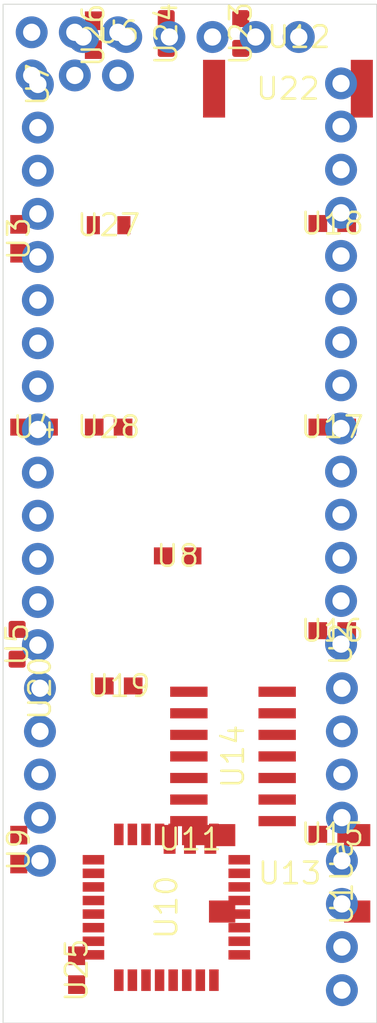
<source format=kicad_pcb>
 ( kicad_pcb  ( version 20171130 )
 ( host pcbnew "(5.1.4-0-10_14)" )
 ( general  ( thickness 1.6 )
 ( drawings 4 )
 ( tracks 0 )
 ( zones 0 )
 ( modules 28 )
 ( nets 53 )
)
 ( page A4 )
 ( layers  ( 0 Top signal )
 ( 31 Bottom signal )
 ( 32 B.Adhes user )
 ( 33 F.Adhes user )
 ( 34 B.Paste user )
 ( 35 F.Paste user )
 ( 36 B.SilkS user )
 ( 37 F.SilkS user )
 ( 38 B.Mask user )
 ( 39 F.Mask user )
 ( 40 Dwgs.User user )
 ( 41 Cmts.User user )
 ( 42 Eco1.User user )
 ( 43 Eco2.User user )
 ( 44 Edge.Cuts user )
 ( 45 Margin user )
 ( 46 B.CrtYd user )
 ( 47 F.CrtYd user )
 ( 48 B.Fab user )
 ( 49 F.Fab user )
)
 ( setup  ( last_trace_width 0.2 )
 ( trace_clearance 0.127 )
 ( zone_clearance 0.508 )
 ( zone_45_only no )
 ( trace_min 0.2 )
 ( via_size 0.7064 )
 ( via_drill 0.3 )
 ( via_min_size 0.4 )
 ( via_min_drill 0.3 )
 ( uvia_size 0.3 )
 ( uvia_drill 0.1 )
 ( uvias_allowed yes )
 ( uvia_min_size 0.2 )
 ( uvia_min_drill 0.1 )
 ( edge_width 0.05 )
 ( segment_width 0.2 )
 ( pcb_text_width 0.3 )
 ( pcb_text_size 1.5 1.5 )
 ( mod_edge_width 0.12 )
 ( mod_text_size 1 1 )
 ( mod_text_width 0.15 )
 ( pad_size 1.524 1.524 )
 ( pad_drill 0.762 )
 ( pad_to_mask_clearance 0.051 )
 ( solder_mask_min_width 0.25 )
 ( aux_axis_origin 0 0 )
 ( visible_elements 7FFFFFFF )
 ( pcbplotparams  ( layerselection 0x010fc_ffffffff )
 ( usegerberextensions false )
 ( usegerberattributes false )
 ( usegerberadvancedattributes false )
 ( creategerberjobfile false )
 ( excludeedgelayer true )
 ( linewidth 0.100000 )
 ( plotframeref false )
 ( viasonmask false )
 ( mode 1 )
 ( useauxorigin false )
 ( hpglpennumber 1 )
 ( hpglpenspeed 20 )
 ( hpglpendiameter 15.000000 )
 ( psnegative false )
 ( psa4output false )
 ( plotreference true )
 ( plotvalue true )
 ( plotinvisibletext false )
 ( padsonsilk false )
 ( subtractmaskfromsilk false )
 ( outputformat 1 )
 ( mirror false )
 ( drillshape 1 )
 ( scaleselection 1 )
 ( outputdirectory "" )
)
)
 ( net 0 "" )
 ( net 1 GND )
 ( net 2 VCC )
 ( net 3 /D2 )
 ( net 4 /TXO )
 ( net 5 /RXI )
 ( net 6 /RST )
 ( net 7 /A5 )
 ( net 8 /A4 )
 ( net 9 /A3 )
 ( net 10 /A2 )
 ( net 11 /A1 )
 ( net 12 /A0 )
 ( net 13 /A7 )
 ( net 14 "Net-(C6-Pad1)" )
 ( net 15 /A6 )
 ( net 16 /SCK )
 ( net 17 /MISO )
 ( net 18 /MOSI )
 ( net 19 /D10 )
 ( net 20 /D9 )
 ( net 21 /D8 )
 ( net 22 /D7 )
 ( net 23 /D6 )
 ( net 24 /D5 )
 ( net 25 "Net-(U3-Pad8)" )
 ( net 26 "Net-(U3-Pad7)" )
 ( net 27 /D4 )
 ( net 28 /D3 )
 ( net 29 "Net-(D1-PadA)" )
 ( net 30 /DTR )
 ( net 31 "Net-(J1-PadCTS)" )
 ( net 32 "Net-(F1-Pad1)" )
 ( net 33 /OUT1 )
 ( net 34 "Net-(IC1-Pad10)" )
 ( net 35 /OUT2 )
 ( net 36 /OUT4 )
 ( net 37 "Net-(IC1-Pad9)" )
 ( net 38 /OUT3 )
 ( net 39 "Net-(IC1-Pad11)" )
 ( net 40 "Net-(IC1-Pad12)" )
 ( net 41 /GO )
 ( net 42 "Net-(IC1-Pad13)" )
 ( net 43 "Net-(J2-Pad5)" )
 ( net 44 "Net-(J2-Pad4)" )
 ( net 45 "Net-(J2-Pad3)" )
 ( net 46 "Net-(J2-Pad2)" )
 ( net 47 "Net-(J2-Pad1)" )
 ( net 48 "Net-(J4-Pad1)" )
 ( net 49 "Net-(J4-Pad3)" )
 ( net 50 "Net-(J4-Pad2)" )
 ( net 51 "Net-(D2-PadA)" )
 ( net 52 "Net-(D3-PadA)" )
 ( net_class Default "This is the default net class."  ( clearance 0.127 )
 ( trace_width 0.2 )
 ( via_dia 0.7064 )
 ( via_drill 0.3 )
 ( uvia_dia 0.3 )
 ( uvia_drill 0.1 )
 ( add_net /A0 )
 ( add_net /A1 )
 ( add_net /A2 )
 ( add_net /A3 )
 ( add_net /A4 )
 ( add_net /A5 )
 ( add_net /A6 )
 ( add_net /A7 )
 ( add_net /D10 )
 ( add_net /D2 )
 ( add_net /D3 )
 ( add_net /D4 )
 ( add_net /D5 )
 ( add_net /D6 )
 ( add_net /D7 )
 ( add_net /D8 )
 ( add_net /D9 )
 ( add_net /DTR )
 ( add_net /GO )
 ( add_net /MISO )
 ( add_net /MOSI )
 ( add_net /OUT1 )
 ( add_net /OUT2 )
 ( add_net /OUT3 )
 ( add_net /OUT4 )
 ( add_net /RST )
 ( add_net /RXI )
 ( add_net /SCK )
 ( add_net /TXO )
 ( add_net GND )
 ( add_net "Net-(C6-Pad1)" )
 ( add_net "Net-(D1-PadA)" )
 ( add_net "Net-(D2-PadA)" )
 ( add_net "Net-(D3-PadA)" )
 ( add_net "Net-(IC1-Pad10)" )
 ( add_net "Net-(IC1-Pad11)" )
 ( add_net "Net-(IC1-Pad12)" )
 ( add_net "Net-(IC1-Pad13)" )
 ( add_net "Net-(IC1-Pad9)" )
 ( add_net "Net-(J1-PadCTS)" )
 ( add_net "Net-(J2-Pad1)" )
 ( add_net "Net-(J2-Pad2)" )
 ( add_net "Net-(J2-Pad3)" )
 ( add_net "Net-(J2-Pad4)" )
 ( add_net "Net-(J2-Pad5)" )
 ( add_net "Net-(J4-Pad1)" )
 ( add_net "Net-(J4-Pad2)" )
 ( add_net "Net-(J4-Pad3)" )
 ( add_net "Net-(U3-Pad7)" )
 ( add_net "Net-(U3-Pad8)" )
)
 ( net_class Power ""  ( clearance 0.127 )
 ( trace_width 0.381 )
 ( via_dia 0.7064 )
 ( via_drill 0.3 )
 ( uvia_dia 0.3 )
 ( uvia_drill 0.1 )
 ( add_net "Net-(F1-Pad1)" )
 ( add_net VCC )
)
 ( module piezoMusic:1X14 locked  ( layer Top )
 ( tedit 5DCE31E3 )
 ( tstamp 5DC8D32C )
 ( at 157.402200 96.188200 90.000000 )
 ( path /0B60073D )
 ( fp_text reference U2  ( at -16.5 0 90 )
 ( layer F.SilkS )
 ( effects  ( font  ( size 1.27 1.27 )
 ( thickness 0.15 )
)
)
)
 ( fp_text value ""  ( at -16.5 0 90 )
 ( layer F.SilkS )
 ( effects  ( font  ( size 1.27 1.27 )
 ( thickness 0.15 )
)
)
)
 ( fp_poly  ( pts  ( xy -17.6 -1.4 )
 ( xy 17.7 -1.4 )
 ( xy 17.7 1.4 )
 ( xy -17.6 1.4 )
)
 ( layer F.CrtYd )
 ( width 0.1 )
)
 ( fp_poly  ( pts  ( xy -17.6 -1.4 )
 ( xy 17.7 -1.4 )
 ( xy 17.7 1.4 )
 ( xy -17.6 1.4 )
)
 ( layer B.CrtYd )
 ( width 0.1 )
)
 ( pad 14 thru_hole circle  ( at 16.52 0 180.000000 )
 ( size 1.8796 1.8796 )
 ( drill 1.016 )
 ( layers *.Cu *.Mask )
 ( net 16 /SCK )
 ( solder_mask_margin 0.1016 )
)
 ( pad 13 thru_hole circle  ( at 13.98 0 180.000000 )
 ( size 1.8796 1.8796 )
 ( drill 1.016 )
 ( layers *.Cu *.Mask )
 ( net 17 /MISO )
 ( solder_mask_margin 0.1016 )
)
 ( pad 12 thru_hole circle  ( at 11.44 0 180.000000 )
 ( size 1.8796 1.8796 )
 ( drill 1.016 )
 ( layers *.Cu *.Mask )
 ( net 18 /MOSI )
 ( solder_mask_margin 0.1016 )
)
 ( pad 11 thru_hole circle  ( at 8.9 0 180.000000 )
 ( size 1.8796 1.8796 )
 ( drill 1.016 )
 ( layers *.Cu *.Mask )
 ( net 19 /D10 )
 ( solder_mask_margin 0.1016 )
)
 ( pad 10 thru_hole circle  ( at 6.36 0 180.000000 )
 ( size 1.8796 1.8796 )
 ( drill 1.016 )
 ( layers *.Cu *.Mask )
 ( net 20 /D9 )
 ( solder_mask_margin 0.1016 )
)
 ( pad 9 thru_hole circle  ( at 3.82 0 180.000000 )
 ( size 1.8796 1.8796 )
 ( drill 1.016 )
 ( layers *.Cu *.Mask )
 ( net 21 /D8 )
 ( solder_mask_margin 0.1016 )
)
 ( pad 8 thru_hole circle  ( at 1.28 0 180.000000 )
 ( size 1.8796 1.8796 )
 ( drill 1.016 )
 ( layers *.Cu *.Mask )
 ( net 22 /D7 )
 ( solder_mask_margin 0.1016 )
)
 ( pad 7 thru_hole circle  ( at -1.26 0 180.000000 )
 ( size 1.8796 1.8796 )
 ( drill 1.016 )
 ( layers *.Cu *.Mask )
 ( net 23 /D6 )
 ( solder_mask_margin 0.1016 )
)
 ( pad 6 thru_hole circle  ( at -3.8 0 180.000000 )
 ( size 1.8796 1.8796 )
 ( drill 1.016 )
 ( layers *.Cu *.Mask )
 ( net 24 /D5 )
 ( solder_mask_margin 0.1016 )
)
 ( pad 5 thru_hole circle  ( at -6.34 0 180.000000 )
 ( size 1.8796 1.8796 )
 ( drill 1.016 )
 ( layers *.Cu *.Mask )
 ( net 27 /D4 )
 ( solder_mask_margin 0.1016 )
)
 ( pad 4 thru_hole circle  ( at -8.88 0 180.000000 )
 ( size 1.8796 1.8796 )
 ( drill 1.016 )
 ( layers *.Cu *.Mask )
 ( net 28 /D3 )
 ( solder_mask_margin 0.1016 )
)
 ( pad 3 thru_hole circle  ( at -11.42 0 180.000000 )
 ( size 1.8796 1.8796 )
 ( drill 1.016 )
 ( layers *.Cu *.Mask )
 ( net 3 /D2 )
 ( solder_mask_margin 0.1016 )
)
 ( pad 2 thru_hole circle  ( at -13.96 0 180.000000 )
 ( size 1.8796 1.8796 )
 ( drill 1.016 )
 ( layers *.Cu *.Mask )
 ( net 1 GND )
 ( solder_mask_margin 0.1016 )
)
 ( pad 1 thru_hole circle  ( at -16.5 0 180.000000 )
 ( size 1.8796 1.8796 )
 ( drill 1.016 )
 ( layers *.Cu *.Mask )
 ( net 2 VCC )
 ( solder_mask_margin 0.1016 )
)
)
 ( module piezoMusic:1X14 locked  ( layer Top )
 ( tedit 5DCE31E3 )
 ( tstamp 5DC8D3C7 )
 ( at 139.546000 96.239000 270.000000 )
 ( path /056852D9 )
 ( fp_text reference U7  ( at -16.51 -0.004 270 )
 ( layer F.SilkS )
 ( effects  ( font  ( size 1.27 1.27 )
 ( thickness 0.15 )
)
)
)
 ( fp_text value ""  ( at -16.51 -0.004 270 )
 ( layer F.SilkS )
 ( effects  ( font  ( size 1.27 1.27 )
 ( thickness 0.15 )
)
)
)
 ( fp_poly  ( pts  ( xy -17.61 -1.404 )
 ( xy 17.69 -1.404 )
 ( xy 17.69 1.396 )
 ( xy -17.61 1.396 )
)
 ( layer F.CrtYd )
 ( width 0.1 )
)
 ( fp_poly  ( pts  ( xy -17.61 -1.404 )
 ( xy 17.69 -1.404 )
 ( xy 17.69 1.396 )
 ( xy -17.61 1.396 )
)
 ( layer B.CrtYd )
 ( width 0.1 )
)
 ( pad 14 thru_hole circle  ( at 16.51 -0.004 )
 ( size 1.8796 1.8796 )
 ( drill 1.016 )
 ( layers *.Cu *.Mask )
 ( net 13 /A7 )
 ( solder_mask_margin 0.1016 )
)
 ( pad 13 thru_hole circle  ( at 13.97 -0.004 )
 ( size 1.8796 1.8796 )
 ( drill 1.016 )
 ( layers *.Cu *.Mask )
 ( net 15 /A6 )
 ( solder_mask_margin 0.1016 )
)
 ( pad 12 thru_hole circle  ( at 11.43 -0.004 )
 ( size 1.8796 1.8796 )
 ( drill 1.016 )
 ( layers *.Cu *.Mask )
 ( net 7 /A5 )
 ( solder_mask_margin 0.1016 )
)
 ( pad 11 thru_hole circle  ( at 8.89 -0.004 )
 ( size 1.8796 1.8796 )
 ( drill 1.016 )
 ( layers *.Cu *.Mask )
 ( net 8 /A4 )
 ( solder_mask_margin 0.1016 )
)
 ( pad 10 thru_hole circle  ( at 6.35 -0.004 )
 ( size 1.8796 1.8796 )
 ( drill 1.016 )
 ( layers *.Cu *.Mask )
 ( net 9 /A3 )
 ( solder_mask_margin 0.1016 )
)
 ( pad 9 thru_hole circle  ( at 3.81 -0.004 )
 ( size 1.8796 1.8796 )
 ( drill 1.016 )
 ( layers *.Cu *.Mask )
 ( net 10 /A2 )
 ( solder_mask_margin 0.1016 )
)
 ( pad 8 thru_hole circle  ( at 1.27 -0.004 )
 ( size 1.8796 1.8796 )
 ( drill 1.016 )
 ( layers *.Cu *.Mask )
 ( net 11 /A1 )
 ( solder_mask_margin 0.1016 )
)
 ( pad 7 thru_hole circle  ( at -1.27 -0.004 )
 ( size 1.8796 1.8796 )
 ( drill 1.016 )
 ( layers *.Cu *.Mask )
 ( net 12 /A0 )
 ( solder_mask_margin 0.1016 )
)
 ( pad 6 thru_hole circle  ( at -3.81 -0.004 )
 ( size 1.8796 1.8796 )
 ( drill 1.016 )
 ( layers *.Cu *.Mask )
 ( net 4 /TXO )
 ( solder_mask_margin 0.1016 )
)
 ( pad 5 thru_hole circle  ( at -6.35 -0.004 )
 ( size 1.8796 1.8796 )
 ( drill 1.016 )
 ( layers *.Cu *.Mask )
 ( net 5 /RXI )
 ( solder_mask_margin 0.1016 )
)
 ( pad 4 thru_hole circle  ( at -8.89 -0.004 )
 ( size 1.8796 1.8796 )
 ( drill 1.016 )
 ( layers *.Cu *.Mask )
 ( net 1 GND )
 ( solder_mask_margin 0.1016 )
)
 ( pad 3 thru_hole circle  ( at -11.43 -0.004 )
 ( size 1.8796 1.8796 )
 ( drill 1.016 )
 ( layers *.Cu *.Mask )
 ( net 2 VCC )
 ( solder_mask_margin 0.1016 )
)
 ( pad 2 thru_hole circle  ( at -13.97 -0.004 )
 ( size 1.8796 1.8796 )
 ( drill 1.016 )
 ( layers *.Cu *.Mask )
 ( net 2 VCC )
 ( solder_mask_margin 0.1016 )
)
 ( pad 1 thru_hole circle  ( at -16.51 -0.004 )
 ( size 1.8796 1.8796 )
 ( drill 1.016 )
 ( layers *.Cu *.Mask )
 ( net 2 VCC )
 ( solder_mask_margin 0.1016 )
)
)
 ( module piezoMusic:FTDI_BASIC locked  ( layer Top )
 ( tedit 5DCE2BD1 )
 ( tstamp 5DC8D4AF )
 ( at 148.563000 76.935000 180.000000 )
 ( descr "<h3>FTDI Basic </h3>\nIncludes tDocu labels for end pins that match the FTDI Basic connection.\n<p>Specifications:\n<ul><li>Pin count: 6</li>\n<li>Pin pitch: 0.1\"</li>\n</ul></p>\n<p>Example device(s):\n<ul><li>6_Pin_Serial_Cable</li>\n</ul></p>" )
 ( path /449C7C68 )
 ( fp_text reference U12  ( at -6.35 0 180 )
 ( layer F.SilkS )
 ( effects  ( font  ( size 1.27 1.27 )
 ( thickness 0.15 )
)
)
)
 ( fp_text value ""  ( at -6.35 0 180 )
 ( layer F.SilkS )
 ( effects  ( font  ( size 1.27 1.27 )
 ( thickness 0.15 )
)
)
)
 ( fp_poly  ( pts  ( xy -7.75 -1.4 )
 ( xy 7.75 -1.4 )
 ( xy 7.75 1.4 )
 ( xy -7.75 1.4 )
)
 ( layer F.CrtYd )
 ( width 0.1 )
)
 ( fp_poly  ( pts  ( xy -7.75 -1.4 )
 ( xy 7.75 -1.4 )
 ( xy 7.75 1.4 )
 ( xy -7.75 1.4 )
)
 ( layer B.CrtYd )
 ( width 0.1 )
)
 ( pad GND thru_hole circle  ( at 6.35 0 270.000000 )
 ( size 1.8796 1.8796 )
 ( drill 1.016 )
 ( layers *.Cu *.Mask )
 ( net 1 GND )
 ( solder_mask_margin 0.1016 )
)
 ( pad CTS thru_hole circle  ( at 3.81 0 270.000000 )
 ( size 1.8796 1.8796 )
 ( drill 1.016 )
 ( layers *.Cu *.Mask )
 ( net 31 "Net-(J1-PadCTS)" )
 ( solder_mask_margin 0.1016 )
)
 ( pad VCC thru_hole circle  ( at 1.27 0 270.000000 )
 ( size 1.8796 1.8796 )
 ( drill 1.016 )
 ( layers *.Cu *.Mask )
 ( net 32 "Net-(F1-Pad1)" )
 ( solder_mask_margin 0.1016 )
)
 ( pad TXO thru_hole circle  ( at -1.27 0 270.000000 )
 ( size 1.8796 1.8796 )
 ( drill 1.016 )
 ( layers *.Cu *.Mask )
 ( net 5 /RXI )
 ( solder_mask_margin 0.1016 )
)
 ( pad RXI thru_hole circle  ( at -3.81 0 270.000000 )
 ( size 1.8796 1.8796 )
 ( drill 1.016 )
 ( layers *.Cu *.Mask )
 ( net 4 /TXO )
 ( solder_mask_margin 0.1016 )
)
 ( pad DTR thru_hole circle  ( at -6.35 0 270.000000 )
 ( size 1.8796 1.8796 )
 ( drill 1.016 )
 ( layers *.Cu *.Mask )
 ( net 30 /DTR )
 ( solder_mask_margin 0.1016 )
)
)
 ( module piezoMusic:2X3  ( layer Top )
 ( tedit 5DCE29B8 )
 ( tstamp 5DC8D3A1 )
 ( at 141.726100 77.928600 180.000000 )
 ( path /60994ACD )
 ( fp_text reference U6  ( at -2.54 1.27 180 )
 ( layer F.SilkS )
 ( effects  ( font  ( size 1.27 1.27 )
 ( thickness 0.15 )
)
)
)
 ( fp_text value ""  ( at -2.54 1.27 180 )
 ( layer F.SilkS )
 ( effects  ( font  ( size 1.27 1.27 )
 ( thickness 0.15 )
)
)
)
 ( fp_poly  ( pts  ( xy -3.94 -2.73 )
 ( xy 4.06 -2.73 )
 ( xy 4.06 2.67 )
 ( xy -3.94 2.67 )
)
 ( layer F.CrtYd )
 ( width 0.1 )
)
 ( fp_poly  ( pts  ( xy -3.94 -2.73 )
 ( xy 4.06 -2.73 )
 ( xy 4.06 2.67 )
 ( xy -3.94 2.67 )
)
 ( layer B.CrtYd )
 ( width 0.1 )
)
 ( pad 6 thru_hole circle  ( at 2.54 -1.27 180.000000 )
 ( size 1.8796 1.8796 )
 ( drill 1.016 )
 ( layers *.Cu *.Mask )
 ( net 1 GND )
 ( solder_mask_margin 0.1016 )
)
 ( pad 5 thru_hole circle  ( at 2.54 1.27 180.000000 )
 ( size 1.8796 1.8796 )
 ( drill 1.016 )
 ( layers *.Cu *.Mask )
 ( net 6 /RST )
 ( solder_mask_margin 0.1016 )
)
 ( pad 4 thru_hole circle  ( at 0 -1.27 180.000000 )
 ( size 1.8796 1.8796 )
 ( drill 1.016 )
 ( layers *.Cu *.Mask )
 ( net 18 /MOSI )
 ( solder_mask_margin 0.1016 )
)
 ( pad 3 thru_hole circle  ( at 0 1.27 180.000000 )
 ( size 1.8796 1.8796 )
 ( drill 1.016 )
 ( layers *.Cu *.Mask )
 ( net 16 /SCK )
 ( solder_mask_margin 0.1016 )
)
 ( pad 2 thru_hole circle  ( at -2.54 -1.27 180.000000 )
 ( size 1.8796 1.8796 )
 ( drill 1.016 )
 ( layers *.Cu *.Mask )
 ( net 2 VCC )
 ( solder_mask_margin 0.1016 )
)
 ( pad 1 thru_hole circle  ( at -2.54 1.27 180.000000 )
 ( size 1.8796 1.8796 )
 ( drill 1.016 )
 ( layers *.Cu *.Mask )
 ( net 17 /MISO )
 ( solder_mask_margin 0.1016 )
)
)
 ( module piezoMusic:1X03 locked  ( layer Top )
 ( tedit 5DCE3241 )
 ( tstamp 5DC8D5C9 )
 ( at 157.453000 130.529000 270.000000 )
 ( descr "<h3>Plated Through Hole - 3 Pin</h3>\n<p>Specifications:\n<ul><li>Pin count:3</li>\n<li>Pin pitch:0.1\"</li>\n</ul></p>\n<p>Example device(s):\n<ul><li>CONN_03</li>\n</ul></p>" )
 ( path /FA7CA15B )
 ( fp_text reference U1  ( at -2.54 0 270 )
 ( layer F.SilkS )
 ( effects  ( font  ( size 1.27 1.27 )
 ( thickness 0.15 )
)
)
)
 ( fp_text value ""  ( at -2.54 0 270 )
 ( layer F.SilkS )
 ( effects  ( font  ( size 1.27 1.27 )
 ( thickness 0.15 )
)
)
)
 ( fp_poly  ( pts  ( xy -3.74 -1.5 )
 ( xy -3.74 1.5 )
 ( xy 3.66 1.5 )
 ( xy 3.66 -1.5 )
)
 ( layer B.CrtYd )
 ( width 0.1 )
)
 ( fp_poly  ( pts  ( xy -3.74 -1.5 )
 ( xy -3.74 1.5 )
 ( xy 3.66 1.5 )
 ( xy 3.66 -1.5 )
)
 ( layer F.CrtYd )
 ( width 0.1 )
)
 ( pad 3 thru_hole circle  ( at 2.54 0 )
 ( size 1.8796 1.8796 )
 ( drill 1.016 )
 ( layers *.Cu *.Mask )
 ( net 49 "Net-(J4-Pad3)" )
 ( solder_mask_margin 0.1016 )
)
 ( pad 2 thru_hole circle  ( at 0 0 )
 ( size 1.8796 1.8796 )
 ( drill 1.016 )
 ( layers *.Cu *.Mask )
 ( net 50 "Net-(J4-Pad2)" )
 ( solder_mask_margin 0.1016 )
)
 ( pad 1 thru_hole circle  ( at -2.54 0 )
 ( size 1.8796 1.8796 )
 ( drill 1.016 )
 ( layers *.Cu *.Mask )
 ( net 48 "Net-(J4-Pad1)" )
 ( solder_mask_margin 0.1016 )
)
)
 ( module piezoMusic:1X05 locked  ( layer Top )
 ( tedit 5DCE3193 )
 ( tstamp 5DC8D58D )
 ( at 157.453000 120.369000 90.000000 )
 ( descr "<h3>Plated Through Hole - 5 Pin</h3>\n<p>Specifications:\n<ul><li>Pin count:5</li>\n<li>Pin pitch:0.1\"</li>\n</ul></p>\n<p>Example device(s):\n<ul><li>CONN_05</li>\n</ul></p>" )
 ( path /B665FDA9 )
 ( fp_text reference Ue  ( at -5.08 0 90 )
 ( layer F.SilkS )
 ( effects  ( font  ( size 1.27 1.27 )
 ( thickness 0.15 )
)
)
)
 ( fp_text value ""  ( at -5.08 0 90 )
 ( layer F.SilkS )
 ( effects  ( font  ( size 1.27 1.27 )
 ( thickness 0.15 )
)
)
)
 ( fp_poly  ( pts  ( xy -6.18 -1.4 )
 ( xy 6.22 -1.4 )
 ( xy 6.22 1.4 )
 ( xy -6.18 1.4 )
)
 ( layer F.CrtYd )
 ( width 0.1 )
)
 ( fp_poly  ( pts  ( xy -6.18 -1.4 )
 ( xy 6.22 -1.4 )
 ( xy 6.22 1.4 )
 ( xy -6.18 1.4 )
)
 ( layer B.CrtYd )
 ( width 0.1 )
)
 ( pad 5 thru_hole circle  ( at 5.08 0 180.000000 )
 ( size 1.8796 1.8796 )
 ( drill 1.016 )
 ( layers *.Cu *.Mask )
 ( net 36 /OUT4 )
 ( solder_mask_margin 0.1016 )
)
 ( pad 4 thru_hole circle  ( at 2.54 0 180.000000 )
 ( size 1.8796 1.8796 )
 ( drill 1.016 )
 ( layers *.Cu *.Mask )
 ( net 38 /OUT3 )
 ( solder_mask_margin 0.1016 )
)
 ( pad 3 thru_hole circle  ( at 0 0 180.000000 )
 ( size 1.8796 1.8796 )
 ( drill 1.016 )
 ( layers *.Cu *.Mask )
 ( net 35 /OUT2 )
 ( solder_mask_margin 0.1016 )
)
 ( pad 2 thru_hole circle  ( at -2.54 0 180.000000 )
 ( size 1.8796 1.8796 )
 ( drill 1.016 )
 ( layers *.Cu *.Mask )
 ( net 33 /OUT1 )
 ( solder_mask_margin 0.1016 )
)
 ( pad 1 thru_hole circle  ( at -5.08 0 180.000000 )
 ( size 1.8796 1.8796 )
 ( drill 1.016 )
 ( layers *.Cu *.Mask )
 ( net 41 /GO )
 ( solder_mask_margin 0.1016 )
)
)
 ( module piezoMusic:1X05 locked  ( layer Top )
 ( tedit 5DCE3193 )
 ( tstamp 5DC8D560 )
 ( at 139.673000 120.369000 270.000000 )
 ( descr "<h3>Plated Through Hole - 5 Pin</h3>\n<p>Specifications:\n<ul><li>Pin count:5</li>\n<li>Pin pitch:0.1\"</li>\n</ul></p>\n<p>Example device(s):\n<ul><li>CONN_05</li>\n</ul></p>" )
 ( path /C3E76336 )
 ( fp_text reference U20  ( at -5.08 0 270 )
 ( layer F.SilkS )
 ( effects  ( font  ( size 1.27 1.27 )
 ( thickness 0.15 )
)
)
)
 ( fp_text value ""  ( at -5.08 0 270 )
 ( layer F.SilkS )
 ( effects  ( font  ( size 1.27 1.27 )
 ( thickness 0.15 )
)
)
)
 ( fp_poly  ( pts  ( xy -6.18 -1.4 )
 ( xy 6.22 -1.4 )
 ( xy 6.22 1.4 )
 ( xy -6.18 1.4 )
)
 ( layer F.CrtYd )
 ( width 0.1 )
)
 ( fp_poly  ( pts  ( xy -6.18 -1.4 )
 ( xy 6.22 -1.4 )
 ( xy 6.22 1.4 )
 ( xy -6.18 1.4 )
)
 ( layer B.CrtYd )
 ( width 0.1 )
)
 ( pad 5 thru_hole circle  ( at 5.08 0 )
 ( size 1.8796 1.8796 )
 ( drill 1.016 )
 ( layers *.Cu *.Mask )
 ( net 43 "Net-(J2-Pad5)" )
 ( solder_mask_margin 0.1016 )
)
 ( pad 4 thru_hole circle  ( at 2.54 0 )
 ( size 1.8796 1.8796 )
 ( drill 1.016 )
 ( layers *.Cu *.Mask )
 ( net 44 "Net-(J2-Pad4)" )
 ( solder_mask_margin 0.1016 )
)
 ( pad 3 thru_hole circle  ( at 0 0 )
 ( size 1.8796 1.8796 )
 ( drill 1.016 )
 ( layers *.Cu *.Mask )
 ( net 45 "Net-(J2-Pad3)" )
 ( solder_mask_margin 0.1016 )
)
 ( pad 2 thru_hole circle  ( at -2.54 0 )
 ( size 1.8796 1.8796 )
 ( drill 1.016 )
 ( layers *.Cu *.Mask )
 ( net 46 "Net-(J2-Pad2)" )
 ( solder_mask_margin 0.1016 )
)
 ( pad 1 thru_hole circle  ( at -5.08 0 )
 ( size 1.8796 1.8796 )
 ( drill 1.016 )
 ( layers *.Cu *.Mask )
 ( net 47 "Net-(J2-Pad1)" )
 ( solder_mask_margin 0.1016 )
)
)
 ( module piezoMusic:0603  ( layer Top )
 ( tedit 5DCE2B5D )
 ( tstamp 5DC8D306 )
 ( at 138.426100 88.818600 270.000000 )
 ( descr "<p><b>Generic 1608 (0603) package</b></p>\n<p>0.2mm courtyard excess rounded to nearest 0.05mm.</p>" )
 ( path /88676885 )
 ( fp_text reference U3  ( at 0 0 270 )
 ( layer F.SilkS )
 ( effects  ( font  ( size 1.27 1.27 )
 ( thickness 0.15 )
)
)
)
 ( fp_text value ""  ( at 0 0 270 )
 ( layer F.SilkS )
 ( effects  ( font  ( size 1.27 1.27 )
 ( thickness 0.15 )
)
)
)
 ( fp_poly  ( pts  ( xy -1.6 -0.7 )
 ( xy 1.6 -0.7 )
 ( xy 1.6 0.7 )
 ( xy -1.6 0.7 )
)
 ( layer F.CrtYd )
 ( width 0.1 )
)
 ( pad 2 smd rect  ( at 0.85 0 270.000000 )
 ( size 1.1 1 )
 ( layers Top F.Mask F.Paste )
 ( net 6 /RST )
 ( solder_mask_margin 0.1016 )
)
 ( pad 1 smd rect  ( at -0.85 0 270.000000 )
 ( size 1.1 1 )
 ( layers Top F.Mask F.Paste )
 ( net 30 /DTR )
 ( solder_mask_margin 0.1016 )
)
)
 ( module piezoMusic:0603  ( layer Top )
 ( tedit 5DCE2B5D )
 ( tstamp 5DC8D314 )
 ( at 139.326100 99.908600 180.000000 )
 ( descr "<p><b>Generic 1608 (0603) package</b></p>\n<p>0.2mm courtyard excess rounded to nearest 0.05mm.</p>" )
 ( path /8451312A )
 ( fp_text reference U4  ( at 0 0 180 )
 ( layer F.SilkS )
 ( effects  ( font  ( size 1.27 1.27 )
 ( thickness 0.15 )
)
)
)
 ( fp_text value ""  ( at 0 0 180 )
 ( layer F.SilkS )
 ( effects  ( font  ( size 1.27 1.27 )
 ( thickness 0.15 )
)
)
)
 ( fp_poly  ( pts  ( xy -1.6 -0.7 )
 ( xy 1.6 -0.7 )
 ( xy 1.6 0.7 )
 ( xy -1.6 0.7 )
)
 ( layer F.CrtYd )
 ( width 0.1 )
)
 ( pad 2 smd rect  ( at 0.85 0 180.000000 )
 ( size 1.1 1 )
 ( layers Top F.Mask F.Paste )
 ( net 1 GND )
 ( solder_mask_margin 0.1016 )
)
 ( pad 1 smd rect  ( at -0.85 0 180.000000 )
 ( size 1.1 1 )
 ( layers Top F.Mask F.Paste )
 ( net 14 "Net-(C6-Pad1)" )
 ( solder_mask_margin 0.1016 )
)
)
 ( module piezoMusic:LED-0603  ( layer Top )
 ( tedit 5DCE2CA4 )
 ( tstamp 5DC8D322 )
 ( at 138.326100 112.698600 90.000000 )
 ( descr "<B>LED 0603 SMT</B><p>\n0603, surface mount.\n<p>Specifications:\n<ul><li>Pin count: 2</li>\n<li>Pin pitch:0.075inch </li>\n<li>Area: 0.06\" x 0.03\"</li>\n</ul></p>\n<p>Example device(s):\n<ul><li>LED - BLUE</li>" )
 ( path /5C7F6C2D )
 ( fp_text reference U5  ( at 0 0 90 )
 ( layer F.SilkS )
 ( effects  ( font  ( size 1.27 1.27 )
 ( thickness 0.15 )
)
)
)
 ( fp_text value ""  ( at 0 0 90 )
 ( layer F.SilkS )
 ( effects  ( font  ( size 1.27 1.27 )
 ( thickness 0.15 )
)
)
)
 ( fp_poly  ( pts  ( xy -1.5 -0.6 )
 ( xy 1.5 -0.6 )
 ( xy 1.5 0.6 )
 ( xy -1.5 0.6 )
)
 ( layer F.CrtYd )
 ( width 0.1 )
)
 ( pad A smd roundrect  ( at -0.877 0 )
 ( size 1 1 )
 ( layers Top F.Mask F.Paste )
 ( roundrect_rratio 0.15 )
 ( net 29 "Net-(D1-PadA)" )
 ( solder_mask_margin 0.1016 )
)
 ( pad C smd roundrect  ( at 0.877 0 )
 ( size 1 1 )
 ( layers Top F.Mask F.Paste )
 ( roundrect_rratio 0.15 )
 ( net 1 GND )
 ( solder_mask_margin 0.1016 )
)
)
 ( module piezoMusic:0603  ( layer Top )
 ( tedit 5DCE2B5D )
 ( tstamp 5DC8D43C )
 ( at 147.781100 107.493600 180.000000 )
 ( descr "<p><b>Generic 1608 (0603) package</b></p>\n<p>0.2mm courtyard excess rounded to nearest 0.05mm.</p>" )
 ( path /DDF01354 )
 ( fp_text reference U8  ( at 0 0 180 )
 ( layer F.SilkS )
 ( effects  ( font  ( size 1.27 1.27 )
 ( thickness 0.15 )
)
)
)
 ( fp_text value ""  ( at 0 0 180 )
 ( layer F.SilkS )
 ( effects  ( font  ( size 1.27 1.27 )
 ( thickness 0.15 )
)
)
)
 ( fp_poly  ( pts  ( xy -1.6 -0.7 )
 ( xy 1.6 -0.7 )
 ( xy 1.6 0.7 )
 ( xy -1.6 0.7 )
)
 ( layer F.CrtYd )
 ( width 0.1 )
)
 ( pad 2 smd rect  ( at 0.85 0 180.000000 )
 ( size 1.1 1 )
 ( layers Top F.Mask F.Paste )
 ( net 29 "Net-(D1-PadA)" )
 ( solder_mask_margin 0.1016 )
)
 ( pad 1 smd rect  ( at -0.85 0 180.000000 )
 ( size 1.1 1 )
 ( layers Top F.Mask F.Paste )
 ( net 16 /SCK )
 ( solder_mask_margin 0.1016 )
)
)
 ( module piezoMusic:0603  ( layer Top )
 ( tedit 5DCE2B5D )
 ( tstamp 5DC8D44A )
 ( at 138.426100 124.788600 270.000000 )
 ( descr "<p><b>Generic 1608 (0603) package</b></p>\n<p>0.2mm courtyard excess rounded to nearest 0.05mm.</p>" )
 ( path /B13F4994 )
 ( fp_text reference U9  ( at 0 0 270 )
 ( layer F.SilkS )
 ( effects  ( font  ( size 1.27 1.27 )
 ( thickness 0.15 )
)
)
)
 ( fp_text value ""  ( at 0 0 270 )
 ( layer F.SilkS )
 ( effects  ( font  ( size 1.27 1.27 )
 ( thickness 0.15 )
)
)
)
 ( fp_poly  ( pts  ( xy -1.6 -0.7 )
 ( xy 1.6 -0.7 )
 ( xy 1.6 0.7 )
 ( xy -1.6 0.7 )
)
 ( layer F.CrtYd )
 ( width 0.1 )
)
 ( pad 2 smd rect  ( at 0.85 0 270.000000 )
 ( size 1.1 1 )
 ( layers Top F.Mask F.Paste )
 ( net 2 VCC )
 ( solder_mask_margin 0.1016 )
)
 ( pad 1 smd rect  ( at -0.85 0 270.000000 )
 ( size 1.1 1 )
 ( layers Top F.Mask F.Paste )
 ( net 6 /RST )
 ( solder_mask_margin 0.1016 )
)
)
 ( module piezoMusic:TQFP32-08  ( layer Top )
 ( tedit 5DCE2E26 )
 ( tstamp 5DC8D458 )
 ( at 147.116100 128.188600 90.000000 )
 ( descr "<B>Thin Plasic Quad Flat Package</B> Grid 0.8 mm" )
 ( path /629E9DB0 )
 ( fp_text reference U10  ( at 0 0 90 )
 ( layer F.SilkS )
 ( effects  ( font  ( size 1.27 1.27 )
 ( thickness 0.15 )
)
)
)
 ( fp_text value ""  ( at 0 0 90 )
 ( layer F.SilkS )
 ( effects  ( font  ( size 1.27 1.27 )
 ( thickness 0.15 )
)
)
)
 ( fp_poly  ( pts  ( xy -5 -5 )
 ( xy 5 -5 )
 ( xy 5 5 )
 ( xy -5 5 )
)
 ( layer F.CrtYd )
 ( width 0.1 )
)
 ( pad 32 smd rect  ( at -2.8 -4.2926 90.000000 )
 ( size 0.5588 1.27 )
 ( layers Top F.Mask F.Paste )
 ( net 3 /D2 )
 ( solder_mask_margin 0.1016 )
)
 ( pad 31 smd rect  ( at -2 -4.2926 90.000000 )
 ( size 0.5588 1.27 )
 ( layers Top F.Mask F.Paste )
 ( net 4 /TXO )
 ( solder_mask_margin 0.1016 )
)
 ( pad 30 smd rect  ( at -1.2 -4.2926 90.000000 )
 ( size 0.5588 1.27 )
 ( layers Top F.Mask F.Paste )
 ( net 5 /RXI )
 ( solder_mask_margin 0.1016 )
)
 ( pad 29 smd rect  ( at -0.4 -4.2926 90.000000 )
 ( size 0.5588 1.27 )
 ( layers Top F.Mask F.Paste )
 ( net 6 /RST )
 ( solder_mask_margin 0.1016 )
)
 ( pad 28 smd rect  ( at 0.4 -4.2926 90.000000 )
 ( size 0.5588 1.27 )
 ( layers Top F.Mask F.Paste )
 ( net 7 /A5 )
 ( solder_mask_margin 0.1016 )
)
 ( pad 27 smd rect  ( at 1.2 -4.2926 90.000000 )
 ( size 0.5588 1.27 )
 ( layers Top F.Mask F.Paste )
 ( net 8 /A4 )
 ( solder_mask_margin 0.1016 )
)
 ( pad 26 smd rect  ( at 2 -4.2926 90.000000 )
 ( size 0.5588 1.27 )
 ( layers Top F.Mask F.Paste )
 ( net 9 /A3 )
 ( solder_mask_margin 0.1016 )
)
 ( pad 25 smd rect  ( at 2.8 -4.2926 90.000000 )
 ( size 0.5588 1.27 )
 ( layers Top F.Mask F.Paste )
 ( net 10 /A2 )
 ( solder_mask_margin 0.1016 )
)
 ( pad 24 smd rect  ( at 4.2926 -2.8 90.000000 )
 ( size 1.27 0.5588 )
 ( layers Top F.Mask F.Paste )
 ( net 11 /A1 )
 ( solder_mask_margin 0.1016 )
)
 ( pad 23 smd rect  ( at 4.2926 -2 90.000000 )
 ( size 1.27 0.5588 )
 ( layers Top F.Mask F.Paste )
 ( net 12 /A0 )
 ( solder_mask_margin 0.1016 )
)
 ( pad 22 smd rect  ( at 4.2926 -1.2 90.000000 )
 ( size 1.27 0.5588 )
 ( layers Top F.Mask F.Paste )
 ( net 13 /A7 )
 ( solder_mask_margin 0.1016 )
)
 ( pad 21 smd rect  ( at 4.2926 -0.4 90.000000 )
 ( size 1.27 0.5588 )
 ( layers Top F.Mask F.Paste )
 ( net 1 GND )
 ( solder_mask_margin 0.1016 )
)
 ( pad 20 smd rect  ( at 4.2926 0.4 90.000000 )
 ( size 1.27 0.5588 )
 ( layers Top F.Mask F.Paste )
 ( net 14 "Net-(C6-Pad1)" )
 ( solder_mask_margin 0.1016 )
)
 ( pad 19 smd rect  ( at 4.2926 1.2 90.000000 )
 ( size 1.27 0.5588 )
 ( layers Top F.Mask F.Paste )
 ( net 15 /A6 )
 ( solder_mask_margin 0.1016 )
)
 ( pad 18 smd rect  ( at 4.2926 2 90.000000 )
 ( size 1.27 0.5588 )
 ( layers Top F.Mask F.Paste )
 ( net 2 VCC )
 ( solder_mask_margin 0.1016 )
)
 ( pad 17 smd rect  ( at 4.2926 2.8 90.000000 )
 ( size 1.27 0.5588 )
 ( layers Top F.Mask F.Paste )
 ( net 16 /SCK )
 ( solder_mask_margin 0.1016 )
)
 ( pad 16 smd rect  ( at 2.8 4.2926 90.000000 )
 ( size 0.5588 1.27 )
 ( layers Top F.Mask F.Paste )
 ( net 17 /MISO )
 ( solder_mask_margin 0.1016 )
)
 ( pad 15 smd rect  ( at 2 4.2926 90.000000 )
 ( size 0.5588 1.27 )
 ( layers Top F.Mask F.Paste )
 ( net 18 /MOSI )
 ( solder_mask_margin 0.1016 )
)
 ( pad 14 smd rect  ( at 1.2 4.2926 90.000000 )
 ( size 0.5588 1.27 )
 ( layers Top F.Mask F.Paste )
 ( net 19 /D10 )
 ( solder_mask_margin 0.1016 )
)
 ( pad 13 smd rect  ( at 0.4 4.2926 90.000000 )
 ( size 0.5588 1.27 )
 ( layers Top F.Mask F.Paste )
 ( net 20 /D9 )
 ( solder_mask_margin 0.1016 )
)
 ( pad 12 smd rect  ( at -0.4 4.2926 90.000000 )
 ( size 0.5588 1.27 )
 ( layers Top F.Mask F.Paste )
 ( net 21 /D8 )
 ( solder_mask_margin 0.1016 )
)
 ( pad 11 smd rect  ( at -1.2 4.2926 90.000000 )
 ( size 0.5588 1.27 )
 ( layers Top F.Mask F.Paste )
 ( net 22 /D7 )
 ( solder_mask_margin 0.1016 )
)
 ( pad 10 smd rect  ( at -2 4.2926 90.000000 )
 ( size 0.5588 1.27 )
 ( layers Top F.Mask F.Paste )
 ( net 23 /D6 )
 ( solder_mask_margin 0.1016 )
)
 ( pad 9 smd rect  ( at -2.8 4.2926 90.000000 )
 ( size 0.5588 1.27 )
 ( layers Top F.Mask F.Paste )
 ( net 24 /D5 )
 ( solder_mask_margin 0.1016 )
)
 ( pad 8 smd rect  ( at -4.2926 2.8 90.000000 )
 ( size 1.27 0.5588 )
 ( layers Top F.Mask F.Paste )
 ( net 25 "Net-(U3-Pad8)" )
 ( solder_mask_margin 0.1016 )
)
 ( pad 7 smd rect  ( at -4.2926 2 90.000000 )
 ( size 1.27 0.5588 )
 ( layers Top F.Mask F.Paste )
 ( net 26 "Net-(U3-Pad7)" )
 ( solder_mask_margin 0.1016 )
)
 ( pad 6 smd rect  ( at -4.2926 1.2 90.000000 )
 ( size 1.27 0.5588 )
 ( layers Top F.Mask F.Paste )
 ( net 2 VCC )
 ( solder_mask_margin 0.1016 )
)
 ( pad 5 smd rect  ( at -4.2926 0.4 90.000000 )
 ( size 1.27 0.5588 )
 ( layers Top F.Mask F.Paste )
 ( net 1 GND )
 ( solder_mask_margin 0.1016 )
)
 ( pad 4 smd rect  ( at -4.2926 -0.4 90.000000 )
 ( size 1.27 0.5588 )
 ( layers Top F.Mask F.Paste )
 ( net 2 VCC )
 ( solder_mask_margin 0.1016 )
)
 ( pad 3 smd rect  ( at -4.2926 -1.2 90.000000 )
 ( size 1.27 0.5588 )
 ( layers Top F.Mask F.Paste )
 ( net 1 GND )
 ( solder_mask_margin 0.1016 )
)
 ( pad 2 smd rect  ( at -4.2926 -2 90.000000 )
 ( size 1.27 0.5588 )
 ( layers Top F.Mask F.Paste )
 ( net 27 /D4 )
 ( solder_mask_margin 0.1016 )
)
 ( pad 1 smd rect  ( at -4.2926 -2.8 90.000000 )
 ( size 1.27 0.5588 )
 ( layers Top F.Mask F.Paste )
 ( net 28 /D3 )
 ( solder_mask_margin 0.1016 )
)
)
 ( module piezoMusic:RESONATOR-SMD  ( layer Top )
 ( tedit 5DCE2D62 )
 ( tstamp 5DC8D4A1 )
 ( at 148.506100 124.188600 180.000000 )
 ( path /B4F86E18 )
 ( fp_text reference U11  ( at 0 0 180 )
 ( layer F.SilkS )
 ( effects  ( font  ( size 1.27 1.27 )
 ( thickness 0.15 )
)
)
)
 ( fp_text value ""  ( at 0 0 180 )
 ( layer F.SilkS )
 ( effects  ( font  ( size 1.27 1.27 )
 ( thickness 0.15 )
)
)
)
 ( fp_poly  ( pts  ( xy -2 -1 )
 ( xy 2 -1 )
 ( xy 2 1 )
 ( xy -2 1 )
)
 ( layer F.CrtYd )
 ( width 0.1 )
)
 ( pad 3 smd rect  ( at 1.2 0 180.000000 )
 ( size 0.7 1.7 )
 ( layers Top F.Mask F.Paste )
 ( net 26 "Net-(U3-Pad7)" )
 ( solder_mask_margin 0.1016 )
)
 ( pad 2 smd rect  ( at 0 0 180.000000 )
 ( size 0.7 1.7 )
 ( layers Top F.Mask F.Paste )
 ( net 1 GND )
 ( solder_mask_margin 0.1016 )
)
 ( pad 1 smd rect  ( at -1.2 0 180.000000 )
 ( size 0.7 1.7 )
 ( layers Top F.Mask F.Paste )
 ( net 25 "Net-(U3-Pad8)" )
 ( solder_mask_margin 0.1016 )
)
)
 ( module piezoMusic:TACTILE_SWITCH_SMD_6.2MM_TALL  ( layer Top )
 ( tedit 5DCE32F0 )
 ( tstamp 5DC8D4E6 )
 ( at 154.376100 126.188600 180.000000 )
 ( descr "<h3>Momentary Switch (Pushbutton) - SPST - SMD, 6.2mm Square</h3>\n<p>Normally-open (NO) SPST momentary switches (buttons, pushbuttons).</p>\n<p><a href=\"http://www.apem.com/files/apem/brochures/ADTS6-ADTSM-KTSC6.pdf\">Datasheet</a> (ADTSM63NVTR)</p>" )
 ( path /F9B5905E )
 ( fp_text reference U13  ( at 0 0 180 )
 ( layer F.SilkS )
 ( effects  ( font  ( size 1.27 1.27 )
 ( thickness 0.15 )
)
)
)
 ( fp_text value ""  ( at 0 0 180 )
 ( layer F.SilkS )
 ( effects  ( font  ( size 1.27 1.27 )
 ( thickness 0.15 )
)
)
)
 ( fp_poly  ( pts  ( xy -4.9 -3 )
 ( xy 4.9 -3 )
 ( xy 4.9 3 )
 ( xy -4.9 3 )
)
 ( layer F.CrtYd )
 ( width 0.1 )
)
 ( pad B2 smd rect  ( at 3.975 -2.25 270.000000 )
 ( size 1.3 1.55 )
 ( layers Top F.Mask F.Paste )
 ( net 6 /RST )
 ( solder_mask_margin 0.1016 )
)
 ( pad B1 smd rect  ( at -3.975 -2.25 270.000000 )
 ( size 1.3 1.55 )
 ( layers Top F.Mask F.Paste )
 ( solder_mask_margin 0.1016 )
)
 ( pad A2 smd rect  ( at 3.975 2.25 270.000000 )
 ( size 1.3 1.55 )
 ( layers Top F.Mask F.Paste )
 ( net 1 GND )
 ( solder_mask_margin 0.1016 )
)
 ( pad A1 smd rect  ( at -3.975 2.25 270.000000 )
 ( size 1.3 1.55 )
 ( layers Top F.Mask F.Paste )
 ( solder_mask_margin 0.1016 )
)
)
 ( module piezoMusic:SO14  ( layer Top )
 ( tedit 5DCE2DA0 )
 ( tstamp 5DC8D4F4 )
 ( at 151.041100 119.303600 90.000000 )
 ( descr "<b>Small Outline Package 14</b>" )
 ( path /22F7723E )
 ( fp_text reference U14  ( at 0 0 90 )
 ( layer F.SilkS )
 ( effects  ( font  ( size 1.27 1.27 )
 ( thickness 0.15 )
)
)
)
 ( fp_text value ""  ( at 0 0 90 )
 ( layer F.SilkS )
 ( effects  ( font  ( size 1.27 1.27 )
 ( thickness 0.15 )
)
)
)
 ( fp_poly  ( pts  ( xy -4.4 -3.8 )
 ( xy 4.4 -3.8 )
 ( xy 4.4 3.8 )
 ( xy -4.4 3.8 )
)
 ( layer F.CrtYd )
 ( width 0.1 )
)
 ( pad 8 smd rect  ( at 3.81 -2.6 90.000000 )
 ( size 0.6 2.2 )
 ( layers Top F.Mask F.Paste )
 ( net 33 /OUT1 )
 ( solder_mask_margin 0.1016 )
)
 ( pad 10 smd rect  ( at 1.27 -2.6 90.000000 )
 ( size 0.6 2.2 )
 ( layers Top F.Mask F.Paste )
 ( net 34 "Net-(IC1-Pad10)" )
 ( solder_mask_margin 0.1016 )
)
 ( pad 7 smd rect  ( at 3.81 2.6 90.000000 )
 ( size 0.6 2.2 )
 ( layers Top F.Mask F.Paste )
 ( net 35 /OUT2 )
 ( solder_mask_margin 0.1016 )
)
 ( pad 5 smd rect  ( at 1.27 2.6 90.000000 )
 ( size 0.6 2.2 )
 ( layers Top F.Mask F.Paste )
 ( net 36 /OUT4 )
 ( solder_mask_margin 0.1016 )
)
 ( pad 9 smd rect  ( at 2.54 -2.6 90.000000 )
 ( size 0.6 2.2 )
 ( layers Top F.Mask F.Paste )
 ( net 37 "Net-(IC1-Pad9)" )
 ( solder_mask_margin 0.1016 )
)
 ( pad 6 smd rect  ( at 2.54 2.6 90.000000 )
 ( size 0.6 2.2 )
 ( layers Top F.Mask F.Paste )
 ( net 38 /OUT3 )
 ( solder_mask_margin 0.1016 )
)
 ( pad 11 smd rect  ( at 0 -2.6 90.000000 )
 ( size 0.6 2.2 )
 ( layers Top F.Mask F.Paste )
 ( net 39 "Net-(IC1-Pad11)" )
 ( solder_mask_margin 0.1016 )
)
 ( pad 12 smd rect  ( at -1.27 -2.6 90.000000 )
 ( size 0.6 2.2 )
 ( layers Top F.Mask F.Paste )
 ( net 40 "Net-(IC1-Pad12)" )
 ( solder_mask_margin 0.1016 )
)
 ( pad 14 smd rect  ( at -3.81 -2.6 90.000000 )
 ( size 0.6 2.2 )
 ( layers Top F.Mask F.Paste )
 ( net 1 GND )
 ( solder_mask_margin 0.1016 )
)
 ( pad 4 smd rect  ( at 0 2.6 90.000000 )
 ( size 0.6 2.2 )
 ( layers Top F.Mask F.Paste )
 ( net 2 VCC )
 ( solder_mask_margin 0.1016 )
)
 ( pad 3 smd rect  ( at -1.27 2.6 90.000000 )
 ( size 0.6 2.2 )
 ( layers Top F.Mask F.Paste )
 ( net 41 /GO )
 ( solder_mask_margin 0.1016 )
)
 ( pad 1 smd rect  ( at -3.81 2.6 90.000000 )
 ( size 0.6 2.2 )
 ( layers Top F.Mask F.Paste )
 ( net 2 VCC )
 ( solder_mask_margin 0.1016 )
)
 ( pad 13 smd rect  ( at -2.54 -2.6 90.000000 )
 ( size 0.6 2.2 )
 ( layers Top F.Mask F.Paste )
 ( net 42 "Net-(IC1-Pad13)" )
 ( solder_mask_margin 0.1016 )
)
 ( pad 2 smd rect  ( at -2.54 2.6 90.000000 )
 ( size 0.6 2.2 )
 ( layers Top F.Mask F.Paste )
 ( net 2 VCC )
 ( solder_mask_margin 0.1016 )
)
)
 ( module piezoMusic:0603  ( layer Top )
 ( tedit 5DCE2B5D )
 ( tstamp 5DC8D51A )
 ( at 156.886100 123.888600 )
 ( descr "<p><b>Generic 1608 (0603) package</b></p>\n<p>0.2mm courtyard excess rounded to nearest 0.05mm.</p>" )
 ( path /8EFFCFBB )
 ( fp_text reference U15  ( at 0 0 )
 ( layer F.SilkS )
 ( effects  ( font  ( size 1.27 1.27 )
 ( thickness 0.15 )
)
)
)
 ( fp_text value ""  ( at 0 0 )
 ( layer F.SilkS )
 ( effects  ( font  ( size 1.27 1.27 )
 ( thickness 0.15 )
)
)
)
 ( fp_poly  ( pts  ( xy -1.6 -0.7 )
 ( xy 1.6 -0.7 )
 ( xy 1.6 0.7 )
 ( xy -1.6 0.7 )
)
 ( layer F.CrtYd )
 ( width 0.1 )
)
 ( pad 2 smd rect  ( at 0.85 0 )
 ( size 1.1 1 )
 ( layers Top F.Mask F.Paste )
 ( net 42 "Net-(IC1-Pad13)" )
 ( solder_mask_margin 0.1016 )
)
 ( pad 1 smd rect  ( at -0.85 0 )
 ( size 1.1 1 )
 ( layers Top F.Mask F.Paste )
 ( net 43 "Net-(J2-Pad5)" )
 ( solder_mask_margin 0.1016 )
)
)
 ( module piezoMusic:0603  ( layer Top )
 ( tedit 5DCE2B5D )
 ( tstamp 5DC8D528 )
 ( at 156.886100 111.898600 )
 ( descr "<p><b>Generic 1608 (0603) package</b></p>\n<p>0.2mm courtyard excess rounded to nearest 0.05mm.</p>" )
 ( path /ABABC248 )
 ( fp_text reference U16  ( at 0 0 )
 ( layer F.SilkS )
 ( effects  ( font  ( size 1.27 1.27 )
 ( thickness 0.15 )
)
)
)
 ( fp_text value ""  ( at 0 0 )
 ( layer F.SilkS )
 ( effects  ( font  ( size 1.27 1.27 )
 ( thickness 0.15 )
)
)
)
 ( fp_poly  ( pts  ( xy -1.6 -0.7 )
 ( xy 1.6 -0.7 )
 ( xy 1.6 0.7 )
 ( xy -1.6 0.7 )
)
 ( layer F.CrtYd )
 ( width 0.1 )
)
 ( pad 2 smd rect  ( at 0.85 0 )
 ( size 1.1 1 )
 ( layers Top F.Mask F.Paste )
 ( net 40 "Net-(IC1-Pad12)" )
 ( solder_mask_margin 0.1016 )
)
 ( pad 1 smd rect  ( at -0.85 0 )
 ( size 1.1 1 )
 ( layers Top F.Mask F.Paste )
 ( net 44 "Net-(J2-Pad4)" )
 ( solder_mask_margin 0.1016 )
)
)
 ( module piezoMusic:0603  ( layer Top )
 ( tedit 5DCE2B5D )
 ( tstamp 5DC8D536 )
 ( at 156.886100 99.908600 )
 ( descr "<p><b>Generic 1608 (0603) package</b></p>\n<p>0.2mm courtyard excess rounded to nearest 0.05mm.</p>" )
 ( path /C1449B59 )
 ( fp_text reference U17  ( at 0 0 )
 ( layer F.SilkS )
 ( effects  ( font  ( size 1.27 1.27 )
 ( thickness 0.15 )
)
)
)
 ( fp_text value ""  ( at 0 0 )
 ( layer F.SilkS )
 ( effects  ( font  ( size 1.27 1.27 )
 ( thickness 0.15 )
)
)
)
 ( fp_poly  ( pts  ( xy -1.6 -0.7 )
 ( xy 1.6 -0.7 )
 ( xy 1.6 0.7 )
 ( xy -1.6 0.7 )
)
 ( layer F.CrtYd )
 ( width 0.1 )
)
 ( pad 2 smd rect  ( at 0.85 0 )
 ( size 1.1 1 )
 ( layers Top F.Mask F.Paste )
 ( net 39 "Net-(IC1-Pad11)" )
 ( solder_mask_margin 0.1016 )
)
 ( pad 1 smd rect  ( at -0.85 0 )
 ( size 1.1 1 )
 ( layers Top F.Mask F.Paste )
 ( net 45 "Net-(J2-Pad3)" )
 ( solder_mask_margin 0.1016 )
)
)
 ( module piezoMusic:0603  ( layer Top )
 ( tedit 5DCE2B5D )
 ( tstamp 5DC8D544 )
 ( at 156.886100 87.918600 )
 ( descr "<p><b>Generic 1608 (0603) package</b></p>\n<p>0.2mm courtyard excess rounded to nearest 0.05mm.</p>" )
 ( path /1047F363 )
 ( fp_text reference U18  ( at 0 0 )
 ( layer F.SilkS )
 ( effects  ( font  ( size 1.27 1.27 )
 ( thickness 0.15 )
)
)
)
 ( fp_text value ""  ( at 0 0 )
 ( layer F.SilkS )
 ( effects  ( font  ( size 1.27 1.27 )
 ( thickness 0.15 )
)
)
)
 ( fp_poly  ( pts  ( xy -1.6 -0.7 )
 ( xy 1.6 -0.7 )
 ( xy 1.6 0.7 )
 ( xy -1.6 0.7 )
)
 ( layer F.CrtYd )
 ( width 0.1 )
)
 ( pad 2 smd rect  ( at 0.85 0 )
 ( size 1.1 1 )
 ( layers Top F.Mask F.Paste )
 ( net 34 "Net-(IC1-Pad10)" )
 ( solder_mask_margin 0.1016 )
)
 ( pad 1 smd rect  ( at -0.85 0 )
 ( size 1.1 1 )
 ( layers Top F.Mask F.Paste )
 ( net 46 "Net-(J2-Pad2)" )
 ( solder_mask_margin 0.1016 )
)
)
 ( module piezoMusic:0603  ( layer Top )
 ( tedit 5DCE2B5D )
 ( tstamp 5DC8D552 )
 ( at 144.311100 115.153600 )
 ( descr "<p><b>Generic 1608 (0603) package</b></p>\n<p>0.2mm courtyard excess rounded to nearest 0.05mm.</p>" )
 ( path /EDDA057D )
 ( fp_text reference U19  ( at 0 0 )
 ( layer F.SilkS )
 ( effects  ( font  ( size 1.27 1.27 )
 ( thickness 0.15 )
)
)
)
 ( fp_text value ""  ( at 0 0 )
 ( layer F.SilkS )
 ( effects  ( font  ( size 1.27 1.27 )
 ( thickness 0.15 )
)
)
)
 ( fp_poly  ( pts  ( xy -1.6 -0.7 )
 ( xy 1.6 -0.7 )
 ( xy 1.6 0.7 )
 ( xy -1.6 0.7 )
)
 ( layer F.CrtYd )
 ( width 0.1 )
)
 ( pad 2 smd rect  ( at 0.85 0 )
 ( size 1.1 1 )
 ( layers Top F.Mask F.Paste )
 ( net 37 "Net-(IC1-Pad9)" )
 ( solder_mask_margin 0.1016 )
)
 ( pad 1 smd rect  ( at -0.85 0 )
 ( size 1.1 1 )
 ( layers Top F.Mask F.Paste )
 ( net 47 "Net-(J2-Pad1)" )
 ( solder_mask_margin 0.1016 )
)
)
 ( module piezoMusic:PKMCS  ( layer Top )
 ( tedit 5DCE2D04 )
 ( tstamp 5DC8D5BA )
 ( at 154.276100 79.978600 )
 ( descr "<b>PKMCS</b><br>\n" )
 ( path /60A35784 )
 ( fp_text reference U22  ( at 0 0 )
 ( layer F.SilkS )
 ( effects  ( font  ( size 1.27 1.27 )
 ( thickness 0.15 )
)
)
)
 ( fp_text value ""  ( at 0 0 )
 ( layer F.SilkS )
 ( effects  ( font  ( size 1.27 1.27 )
 ( thickness 0.15 )
)
)
)
 ( fp_poly  ( pts  ( xy -5 -4.75 )
 ( xy 5 -4.75 )
 ( xy 5 4.75 )
 ( xy -5 4.75 )
)
 ( layer F.CrtYd )
 ( width 0.1 )
)
 ( pad 2 smd rect  ( at 4.35 0 90.000000 )
 ( size 3.4 1.3 )
 ( layers Top F.Mask F.Paste )
 ( net 48 "Net-(J4-Pad1)" )
 ( solder_mask_margin 0.1016 )
)
 ( pad 1 smd rect  ( at -4.35 0 90.000000 )
 ( size 3.4 1.3 )
 ( layers Top F.Mask F.Paste )
 ( net 1 GND )
 ( solder_mask_margin 0.1016 )
)
)
 ( module piezoMusic:LED-0603  ( layer Top )
 ( tedit 5DCE2CA4 )
 ( tstamp 5DC8D5E6 )
 ( at 151.496100 76.728600 90.000000 )
 ( descr "<B>LED 0603 SMT</B><p>\n0603, surface mount.\n<p>Specifications:\n<ul><li>Pin count: 2</li>\n<li>Pin pitch:0.075inch </li>\n<li>Area: 0.06\" x 0.03\"</li>\n</ul></p>\n<p>Example device(s):\n<ul><li>LED - BLUE</li>" )
 ( path /975EB5E2 )
 ( fp_text reference U23  ( at 0 0 90 )
 ( layer F.SilkS )
 ( effects  ( font  ( size 1.27 1.27 )
 ( thickness 0.15 )
)
)
)
 ( fp_text value ""  ( at 0 0 90 )
 ( layer F.SilkS )
 ( effects  ( font  ( size 1.27 1.27 )
 ( thickness 0.15 )
)
)
)
 ( fp_poly  ( pts  ( xy -1.5 -0.6 )
 ( xy 1.5 -0.6 )
 ( xy 1.5 0.6 )
 ( xy -1.5 0.6 )
)
 ( layer F.CrtYd )
 ( width 0.1 )
)
 ( pad A smd roundrect  ( at -0.877 0 )
 ( size 1 1 )
 ( layers Top F.Mask F.Paste )
 ( roundrect_rratio 0.15 )
 ( net 51 "Net-(D2-PadA)" )
 ( solder_mask_margin 0.1016 )
)
 ( pad C smd roundrect  ( at 0.877 0 )
 ( size 1 1 )
 ( layers Top F.Mask F.Paste )
 ( roundrect_rratio 0.15 )
 ( net 1 GND )
 ( solder_mask_margin 0.1016 )
)
)
 ( module piezoMusic:LED-0603  ( layer Top )
 ( tedit 5DCE2CA4 )
 ( tstamp 5DC8D5F0 )
 ( at 147.106100 76.728600 90.000000 )
 ( descr "<B>LED 0603 SMT</B><p>\n0603, surface mount.\n<p>Specifications:\n<ul><li>Pin count: 2</li>\n<li>Pin pitch:0.075inch </li>\n<li>Area: 0.06\" x 0.03\"</li>\n</ul></p>\n<p>Example device(s):\n<ul><li>LED - BLUE</li>" )
 ( path /087B3FA1 )
 ( fp_text reference U24  ( at 0 0 90 )
 ( layer F.SilkS )
 ( effects  ( font  ( size 1.27 1.27 )
 ( thickness 0.15 )
)
)
)
 ( fp_text value ""  ( at 0 0 90 )
 ( layer F.SilkS )
 ( effects  ( font  ( size 1.27 1.27 )
 ( thickness 0.15 )
)
)
)
 ( fp_poly  ( pts  ( xy -1.5 -0.6 )
 ( xy 1.5 -0.6 )
 ( xy 1.5 0.6 )
 ( xy -1.5 0.6 )
)
 ( layer F.CrtYd )
 ( width 0.1 )
)
 ( pad A smd roundrect  ( at -0.877 0 )
 ( size 1 1 )
 ( layers Top F.Mask F.Paste )
 ( roundrect_rratio 0.15 )
 ( net 52 "Net-(D3-PadA)" )
 ( solder_mask_margin 0.1016 )
)
 ( pad C smd roundrect  ( at 0.877 0 )
 ( size 1 1 )
 ( layers Top F.Mask F.Paste )
 ( roundrect_rratio 0.15 )
 ( net 1 GND )
 ( solder_mask_margin 0.1016 )
)
)
 ( module piezoMusic:0603  ( layer Top )
 ( tedit 5DCE2B5D )
 ( tstamp 5DC8D5FA )
 ( at 141.831100 131.893600 270.000000 )
 ( descr "<p><b>Generic 1608 (0603) package</b></p>\n<p>0.2mm courtyard excess rounded to nearest 0.05mm.</p>" )
 ( path /B2A0FD76 )
 ( fp_text reference U25  ( at 0 0 270 )
 ( layer F.SilkS )
 ( effects  ( font  ( size 1.27 1.27 )
 ( thickness 0.15 )
)
)
)
 ( fp_text value ""  ( at 0 0 270 )
 ( layer F.SilkS )
 ( effects  ( font  ( size 1.27 1.27 )
 ( thickness 0.15 )
)
)
)
 ( fp_poly  ( pts  ( xy -1.6 -0.7 )
 ( xy 1.6 -0.7 )
 ( xy 1.6 0.7 )
 ( xy -1.6 0.7 )
)
 ( layer F.CrtYd )
 ( width 0.1 )
)
 ( pad 2 smd rect  ( at 0.85 0 270.000000 )
 ( size 1.1 1 )
 ( layers Top F.Mask F.Paste )
 ( net 50 "Net-(J4-Pad2)" )
 ( solder_mask_margin 0.1016 )
)
 ( pad 1 smd rect  ( at -0.85 0 270.000000 )
 ( size 1.1 1 )
 ( layers Top F.Mask F.Paste )
 ( net 51 "Net-(D2-PadA)" )
 ( solder_mask_margin 0.1016 )
)
)
 ( module piezoMusic:0603  ( layer Top )
 ( tedit 5DCE2B5D )
 ( tstamp 5DC8D608 )
 ( at 142.816100 76.828600 270.000000 )
 ( descr "<p><b>Generic 1608 (0603) package</b></p>\n<p>0.2mm courtyard excess rounded to nearest 0.05mm.</p>" )
 ( path /A0C826A1 )
 ( fp_text reference U26  ( at 0 0 270 )
 ( layer F.SilkS )
 ( effects  ( font  ( size 1.27 1.27 )
 ( thickness 0.15 )
)
)
)
 ( fp_text value ""  ( at 0 0 270 )
 ( layer F.SilkS )
 ( effects  ( font  ( size 1.27 1.27 )
 ( thickness 0.15 )
)
)
)
 ( fp_poly  ( pts  ( xy -1.6 -0.7 )
 ( xy 1.6 -0.7 )
 ( xy 1.6 0.7 )
 ( xy -1.6 0.7 )
)
 ( layer F.CrtYd )
 ( width 0.1 )
)
 ( pad 2 smd rect  ( at 0.85 0 270.000000 )
 ( size 1.1 1 )
 ( layers Top F.Mask F.Paste )
 ( net 49 "Net-(J4-Pad3)" )
 ( solder_mask_margin 0.1016 )
)
 ( pad 1 smd rect  ( at -0.85 0 270.000000 )
 ( size 1.1 1 )
 ( layers Top F.Mask F.Paste )
 ( net 52 "Net-(D3-PadA)" )
 ( solder_mask_margin 0.1016 )
)
)
 ( module piezoMusic:FUSC1608X100N  ( layer Top )
 ( tedit 5DCE2C2E )
 ( tstamp 5DC8D616 )
 ( at 143.716100 88.018600 180.000000 )
 ( descr "<b>MF-FSMF050X</b><br>\n" )
 ( path /BAEBDDEB )
 ( fp_text reference U27  ( at 0 0 180 )
 ( layer F.SilkS )
 ( effects  ( font  ( size 1.27 1.27 )
 ( thickness 0.15 )
)
)
)
 ( fp_text value ""  ( at 0 0 180 )
 ( layer F.SilkS )
 ( effects  ( font  ( size 1.27 1.27 )
 ( thickness 0.15 )
)
)
)
 ( fp_poly  ( pts  ( xy -1.6 -0.8 )
 ( xy 1.6 -0.8 )
 ( xy 1.6 0.8 )
 ( xy -1.6 0.8 )
)
 ( layer F.CrtYd )
 ( width 0.1 )
)
 ( pad 2 smd rect  ( at 0.9 0 270.000000 )
 ( size 1.07 0.77 )
 ( layers Top F.Mask F.Paste )
 ( net 2 VCC )
 ( solder_mask_margin 0.1016 )
)
 ( pad 1 smd rect  ( at -0.9 0 270.000000 )
 ( size 1.07 0.77 )
 ( layers Top F.Mask F.Paste )
 ( net 32 "Net-(F1-Pad1)" )
 ( solder_mask_margin 0.1016 )
)
)
 ( module piezoMusic:0603  ( layer Top )
 ( tedit 5DCE2B5D )
 ( tstamp 5DC8D624 )
 ( at 143.716100 99.908600 180.000000 )
 ( descr "<p><b>Generic 1608 (0603) package</b></p>\n<p>0.2mm courtyard excess rounded to nearest 0.05mm.</p>" )
 ( path /39D9FF9F )
 ( fp_text reference U28  ( at 0 0 180 )
 ( layer F.SilkS )
 ( effects  ( font  ( size 1.27 1.27 )
 ( thickness 0.15 )
)
)
)
 ( fp_text value ""  ( at 0 0 180 )
 ( layer F.SilkS )
 ( effects  ( font  ( size 1.27 1.27 )
 ( thickness 0.15 )
)
)
)
 ( fp_poly  ( pts  ( xy -1.6 -0.7 )
 ( xy 1.6 -0.7 )
 ( xy 1.6 0.7 )
 ( xy -1.6 0.7 )
)
 ( layer F.CrtYd )
 ( width 0.1 )
)
 ( pad 2 smd rect  ( at 0.85 0 180.000000 )
 ( size 1.1 1 )
 ( layers Top F.Mask F.Paste )
 ( net 1 GND )
 ( solder_mask_margin 0.1016 )
)
 ( pad 1 smd rect  ( at -0.85 0 180.000000 )
 ( size 1.1 1 )
 ( layers Top F.Mask F.Paste )
 ( net 2 VCC )
 ( solder_mask_margin 0.1016 )
)
)
 ( gr_line  ( start 137.5011 135.0036 )
 ( end 159.5011 135.0036 )
 ( layer Edge.Cuts )
 ( width 0.05 )
 ( tstamp D96D760 )
)
 ( gr_line  ( start 159.5011 135.0036 )
 ( end 159.5011 75.0036 )
 ( layer Edge.Cuts )
 ( width 0.05 )
 ( tstamp D96C400 )
)
 ( gr_line  ( start 159.5011 75.0036 )
 ( end 137.5011 75.0036 )
 ( layer Edge.Cuts )
 ( width 0.05 )
 ( tstamp D96DEE0 )
)
 ( gr_line  ( start 137.5011 75.0036 )
 ( end 137.5011 135.0036 )
 ( layer Edge.Cuts )
 ( width 0.05 )
 ( tstamp D96BD20 )
)
)

</source>
